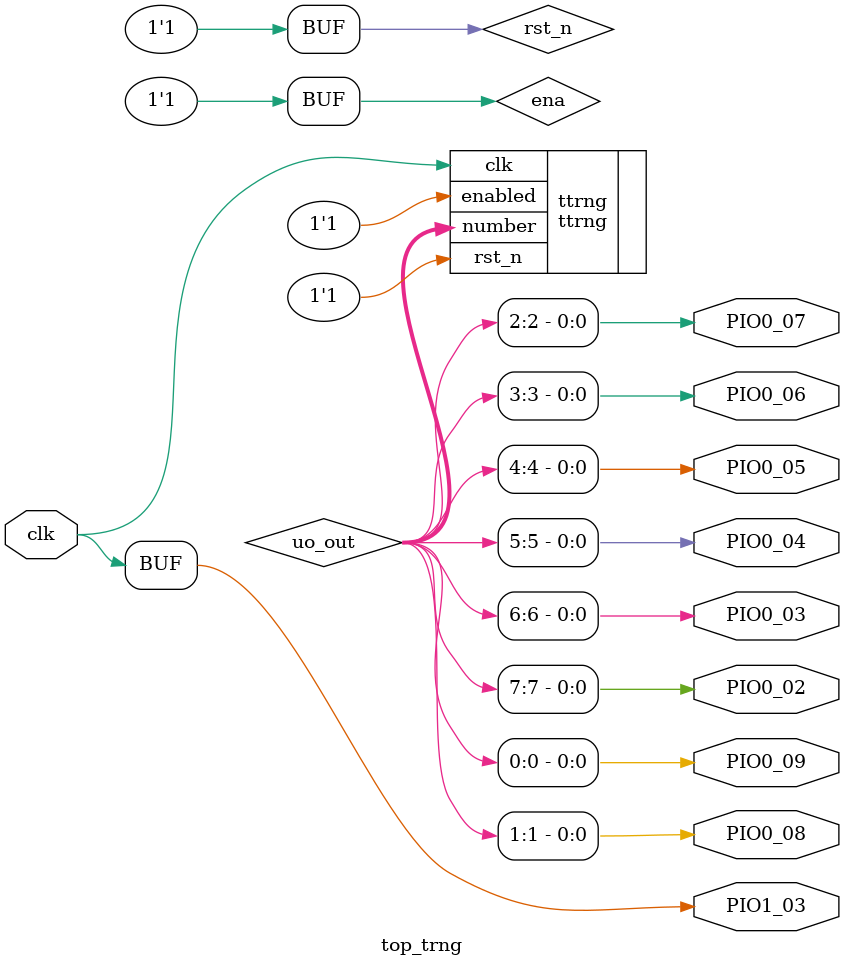
<source format=v>

module top_trng(
    input clk,
    output PIO1_03, // output clk
    output PIO0_02,
    output PIO0_03,
    output PIO0_04,
    output PIO0_05,
    output PIO0_06,
    output PIO0_07,
    output PIO0_08,
    output PIO0_09);

// Using the tinytapeout names for clarity.
reg rst_n;
reg ena;
reg [7:0]uo_out;

// rst_n and ena permanently enabled for this demo.
assign rst_n = 1;
assign ena = 1;
assign PIO1_03 = clk;
assign {PIO0_02,PIO0_03,PIO0_04,PIO0_05,PIO0_06,PIO0_07,PIO0_08,PIO0_09} = uo_out;

  ttrng ttrng (
      .clk (clk),
      .rst_n (rst_n),
      .number (uo_out[7:0]),
      .enabled (ena)
  );

endmodule

</source>
